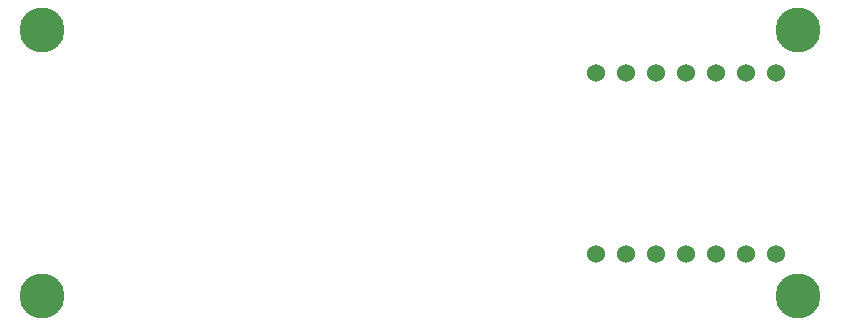
<source format=gbr>
%TF.GenerationSoftware,KiCad,Pcbnew,8.0.1*%
%TF.CreationDate,2025-02-03T01:20:01-05:00*%
%TF.ProjectId,glove-v3.1,676c6f76-652d-4763-932e-312e6b696361,rev?*%
%TF.SameCoordinates,Original*%
%TF.FileFunction,Soldermask,Bot*%
%TF.FilePolarity,Negative*%
%FSLAX46Y46*%
G04 Gerber Fmt 4.6, Leading zero omitted, Abs format (unit mm)*
G04 Created by KiCad (PCBNEW 8.0.1) date 2025-02-03 01:20:01*
%MOMM*%
%LPD*%
G01*
G04 APERTURE LIST*
%ADD10C,1.524000*%
%ADD11C,3.800000*%
G04 APERTURE END LIST*
D10*
%TO.C,U1*%
X176150000Y-38150000D03*
X173610000Y-38150000D03*
X171070000Y-38150000D03*
X168530000Y-38150000D03*
X165990000Y-38150000D03*
X163450000Y-38150000D03*
X160910000Y-38150000D03*
X160910000Y-53542400D03*
X163450000Y-53542400D03*
X165990000Y-53542400D03*
X168530000Y-53542400D03*
X171070000Y-53542400D03*
X173610000Y-53542400D03*
X176150000Y-53542400D03*
%TD*%
D11*
%TO.C,REF\u002A\u002A*%
X114050000Y-34550000D03*
%TD*%
%TO.C,REF\u002A\u002A*%
X178050000Y-57050000D03*
%TD*%
%TO.C,REF\u002A\u002A*%
X114050000Y-57050000D03*
%TD*%
%TO.C,REF\u002A\u002A*%
X178050000Y-34550000D03*
%TD*%
M02*

</source>
